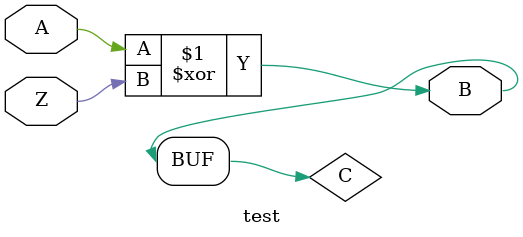
<source format=v>
`timescale 1ns / 1ns


module test(
    input A,
    input Z,
    output B
    );
    wire C = A ^ Z;
    assign B = C;
endmodule

</source>
